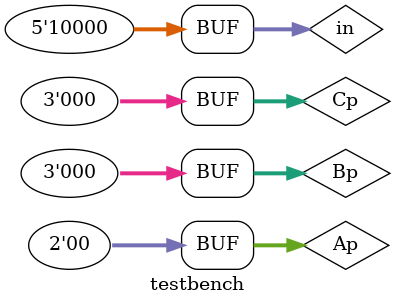
<source format=v>
module testbench;
    reg [4:0] in;

	wire [1:0] Ap;
	wire [2:0] Bp;
	wire [2:0] Cp;
	wire [1:0] A;
	wire [2:0] B;
	wire [2:0] C;

    initial begin
        // $dumpfile("testbench.vcd");
        // $dumpvars(0, testbench);

        #5 in = 0;
        repeat (10000) begin
            #5 in = in + 1;
        end

        $display("OKAY");
    end

    top uut (
	.x(in[0]),
	.y(in[2:1]),
	.z(in[3]),
	.A(A),
	.B(B),
	.C(C)
	);

	assign Ap =  {in[0],in[3]};
	assign Bp = {in[0],in[2:1]};
	assign Cp =  {in[0],in[2:1],in[3]};

	assert_comb A_test(.A(A[0]), .B(Ap[0]));
	assert_comb B_test(.A(B[0]), .B(Bp[0]));
	assert_comb C_test(.A(C[0]), .B(Cp[0]));

endmodule

</source>
